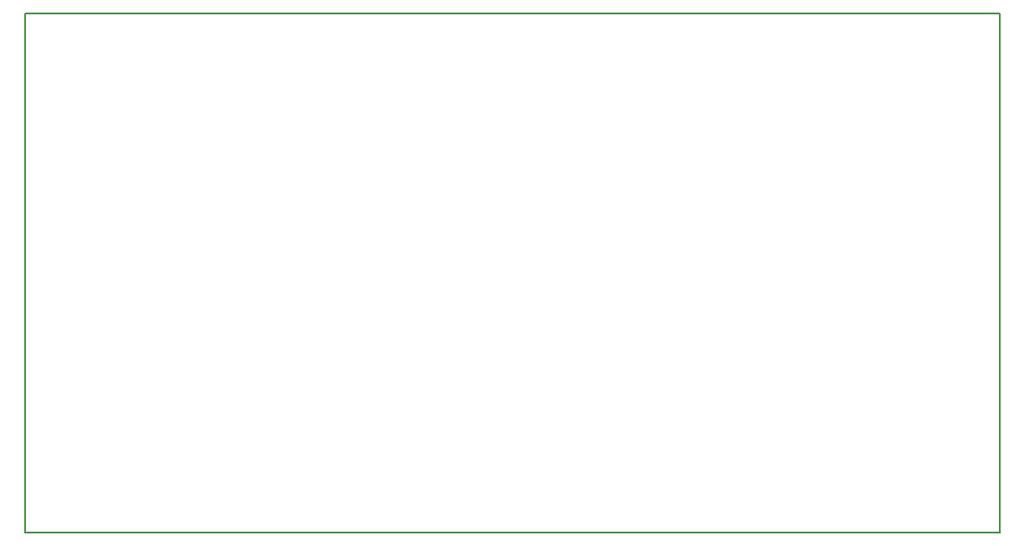
<source format=gbr>
G04 DipTrace 3.2.0.1*
G04 BoardOutline.gbr*
%MOIN*%
G04 #@! TF.FileFunction,Profile*
G04 #@! TF.Part,Single*
%ADD11C,0.005512*%
%FSLAX26Y26*%
G04*
G70*
G90*
G75*
G01*
G04 BoardOutline*
%LPD*%
X393701Y2322835D2*
D11*
X4015748D1*
Y393701D1*
X393701D1*
Y2322835D1*
M02*

</source>
